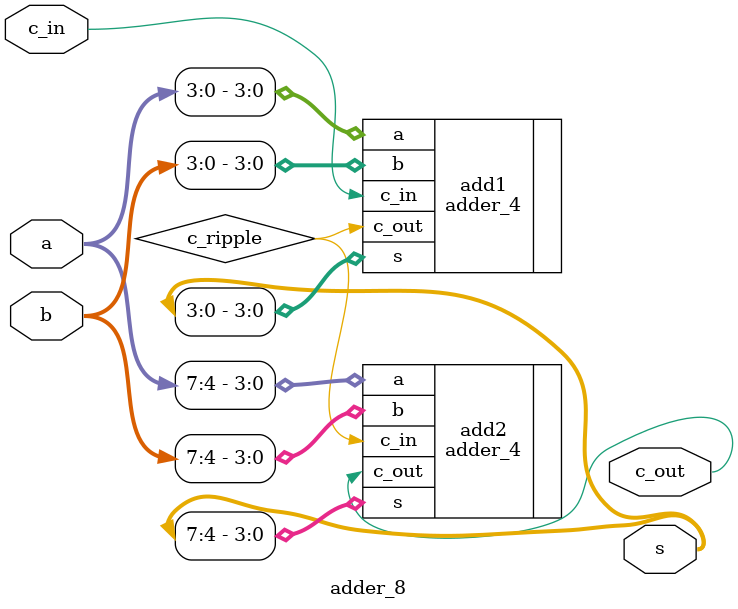
<source format=v>
`timescale 1ns / 1ps

module adder_8(
    input [7:0] a,
    input [7:0] b,
    input c_in,
    output [7:0] s,
    output c_out
);

	wire c_ripple;
	 
	adder_4 add1(
		.a(a[3:0]),
		.b(b[3:0]),
		.c_in(c_in),
		.s(s[3:0]),
		.c_out(c_ripple)
	);
						  
	adder_4 add2(
		.a(a[7:4]),
		.b(b[7:4]),
		.c_in(c_ripple),
		.s(s[7:4]),
		.c_out(c_out)
	);

endmodule

</source>
